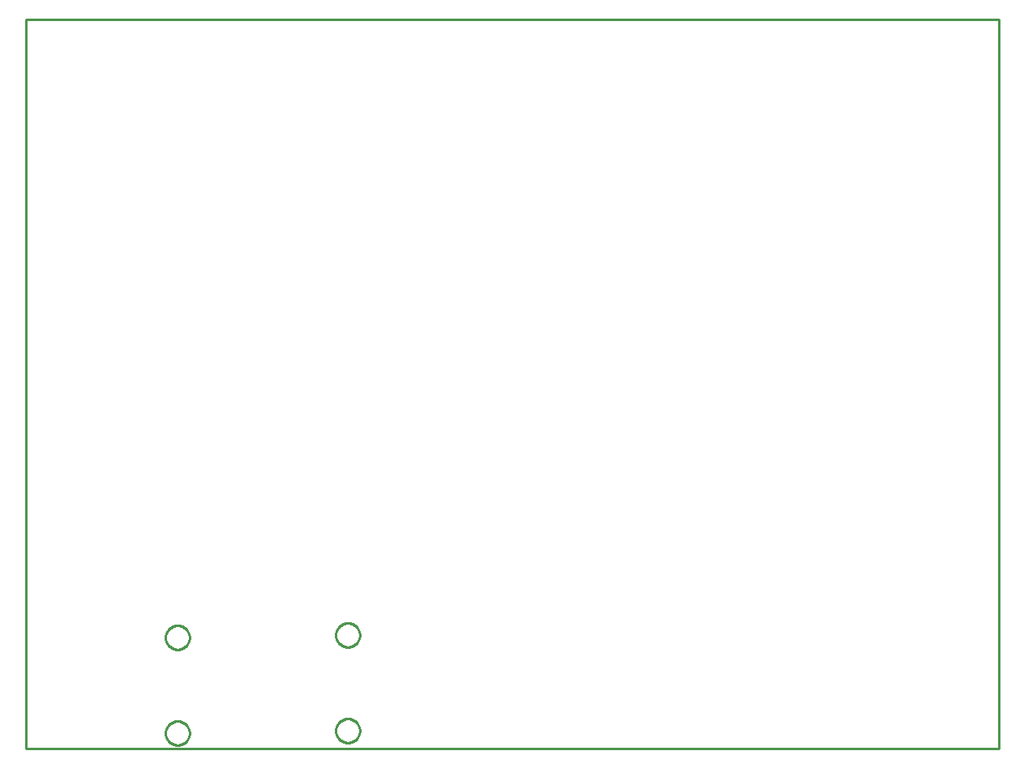
<source format=gbr>
G04 EAGLE Gerber RS-274X export*
G75*
%MOMM*%
%FSLAX34Y34*%
%LPD*%
%IN*%
%IPPOS*%
%AMOC8*
5,1,8,0,0,1.08239X$1,22.5*%
G01*
%ADD10C,0.254000*%


D10*
X0Y0D02*
X1016000Y0D01*
X1016000Y762000D01*
X0Y762000D01*
X0Y0D01*
X336891Y31080D02*
X337870Y31003D01*
X338841Y30849D01*
X339796Y30620D01*
X340730Y30316D01*
X341637Y29941D01*
X342512Y29495D01*
X343350Y28981D01*
X344145Y28404D01*
X344892Y27766D01*
X345586Y27072D01*
X346224Y26325D01*
X346801Y25530D01*
X347315Y24692D01*
X347761Y23817D01*
X348136Y22910D01*
X348440Y21976D01*
X348669Y21021D01*
X348823Y20050D01*
X348900Y19071D01*
X348900Y18089D01*
X348823Y17110D01*
X348669Y16140D01*
X348440Y15184D01*
X348136Y14250D01*
X347761Y13343D01*
X347315Y12468D01*
X346801Y11630D01*
X346224Y10835D01*
X345586Y10088D01*
X344892Y9394D01*
X344145Y8756D01*
X343350Y8179D01*
X342512Y7665D01*
X341637Y7219D01*
X340730Y6844D01*
X339796Y6540D01*
X338841Y6311D01*
X337870Y6157D01*
X336891Y6080D01*
X335909Y6080D01*
X334930Y6157D01*
X333960Y6311D01*
X333004Y6540D01*
X332070Y6844D01*
X331163Y7219D01*
X330288Y7665D01*
X329450Y8179D01*
X328655Y8756D01*
X327908Y9394D01*
X327214Y10088D01*
X326576Y10835D01*
X325999Y11630D01*
X325485Y12468D01*
X325039Y13343D01*
X324664Y14250D01*
X324360Y15184D01*
X324131Y16140D01*
X323977Y17110D01*
X323900Y18089D01*
X323900Y19071D01*
X323977Y20050D01*
X324131Y21021D01*
X324360Y21976D01*
X324664Y22910D01*
X325039Y23817D01*
X325485Y24692D01*
X325999Y25530D01*
X326576Y26325D01*
X327214Y27072D01*
X327908Y27766D01*
X328655Y28404D01*
X329450Y28981D01*
X330288Y29495D01*
X331163Y29941D01*
X332070Y30316D01*
X333004Y30620D01*
X333960Y30849D01*
X334930Y31003D01*
X335909Y31080D01*
X336891Y31080D01*
X336891Y131080D02*
X337870Y131003D01*
X338841Y130849D01*
X339796Y130620D01*
X340730Y130316D01*
X341637Y129941D01*
X342512Y129495D01*
X343350Y128981D01*
X344145Y128404D01*
X344892Y127766D01*
X345586Y127072D01*
X346224Y126325D01*
X346801Y125530D01*
X347315Y124692D01*
X347761Y123817D01*
X348136Y122910D01*
X348440Y121976D01*
X348669Y121021D01*
X348823Y120050D01*
X348900Y119071D01*
X348900Y118089D01*
X348823Y117110D01*
X348669Y116140D01*
X348440Y115184D01*
X348136Y114250D01*
X347761Y113343D01*
X347315Y112468D01*
X346801Y111630D01*
X346224Y110835D01*
X345586Y110088D01*
X344892Y109394D01*
X344145Y108756D01*
X343350Y108179D01*
X342512Y107665D01*
X341637Y107219D01*
X340730Y106844D01*
X339796Y106540D01*
X338841Y106311D01*
X337870Y106157D01*
X336891Y106080D01*
X335909Y106080D01*
X334930Y106157D01*
X333960Y106311D01*
X333004Y106540D01*
X332070Y106844D01*
X331163Y107219D01*
X330288Y107665D01*
X329450Y108179D01*
X328655Y108756D01*
X327908Y109394D01*
X327214Y110088D01*
X326576Y110835D01*
X325999Y111630D01*
X325485Y112468D01*
X325039Y113343D01*
X324664Y114250D01*
X324360Y115184D01*
X324131Y116140D01*
X323977Y117110D01*
X323900Y118089D01*
X323900Y119071D01*
X323977Y120050D01*
X324131Y121021D01*
X324360Y121976D01*
X324664Y122910D01*
X325039Y123817D01*
X325485Y124692D01*
X325999Y125530D01*
X326576Y126325D01*
X327214Y127072D01*
X327908Y127766D01*
X328655Y128404D01*
X329450Y128981D01*
X330288Y129495D01*
X331163Y129941D01*
X332070Y130316D01*
X333004Y130620D01*
X333960Y130849D01*
X334930Y131003D01*
X335909Y131080D01*
X336891Y131080D01*
X159091Y28540D02*
X160070Y28463D01*
X161041Y28309D01*
X161996Y28080D01*
X162930Y27776D01*
X163837Y27401D01*
X164712Y26955D01*
X165550Y26441D01*
X166345Y25864D01*
X167092Y25226D01*
X167786Y24532D01*
X168424Y23785D01*
X169001Y22990D01*
X169515Y22152D01*
X169961Y21277D01*
X170336Y20370D01*
X170640Y19436D01*
X170869Y18481D01*
X171023Y17510D01*
X171100Y16531D01*
X171100Y15549D01*
X171023Y14570D01*
X170869Y13600D01*
X170640Y12644D01*
X170336Y11710D01*
X169961Y10803D01*
X169515Y9928D01*
X169001Y9090D01*
X168424Y8295D01*
X167786Y7548D01*
X167092Y6854D01*
X166345Y6216D01*
X165550Y5639D01*
X164712Y5125D01*
X163837Y4679D01*
X162930Y4304D01*
X161996Y4000D01*
X161041Y3771D01*
X160070Y3617D01*
X159091Y3540D01*
X158109Y3540D01*
X157130Y3617D01*
X156160Y3771D01*
X155204Y4000D01*
X154270Y4304D01*
X153363Y4679D01*
X152488Y5125D01*
X151650Y5639D01*
X150855Y6216D01*
X150108Y6854D01*
X149414Y7548D01*
X148776Y8295D01*
X148199Y9090D01*
X147685Y9928D01*
X147239Y10803D01*
X146864Y11710D01*
X146560Y12644D01*
X146331Y13600D01*
X146177Y14570D01*
X146100Y15549D01*
X146100Y16531D01*
X146177Y17510D01*
X146331Y18481D01*
X146560Y19436D01*
X146864Y20370D01*
X147239Y21277D01*
X147685Y22152D01*
X148199Y22990D01*
X148776Y23785D01*
X149414Y24532D01*
X150108Y25226D01*
X150855Y25864D01*
X151650Y26441D01*
X152488Y26955D01*
X153363Y27401D01*
X154270Y27776D01*
X155204Y28080D01*
X156160Y28309D01*
X157130Y28463D01*
X158109Y28540D01*
X159091Y28540D01*
X159091Y128540D02*
X160070Y128463D01*
X161041Y128309D01*
X161996Y128080D01*
X162930Y127776D01*
X163837Y127401D01*
X164712Y126955D01*
X165550Y126441D01*
X166345Y125864D01*
X167092Y125226D01*
X167786Y124532D01*
X168424Y123785D01*
X169001Y122990D01*
X169515Y122152D01*
X169961Y121277D01*
X170336Y120370D01*
X170640Y119436D01*
X170869Y118481D01*
X171023Y117510D01*
X171100Y116531D01*
X171100Y115549D01*
X171023Y114570D01*
X170869Y113600D01*
X170640Y112644D01*
X170336Y111710D01*
X169961Y110803D01*
X169515Y109928D01*
X169001Y109090D01*
X168424Y108295D01*
X167786Y107548D01*
X167092Y106854D01*
X166345Y106216D01*
X165550Y105639D01*
X164712Y105125D01*
X163837Y104679D01*
X162930Y104304D01*
X161996Y104000D01*
X161041Y103771D01*
X160070Y103617D01*
X159091Y103540D01*
X158109Y103540D01*
X157130Y103617D01*
X156160Y103771D01*
X155204Y104000D01*
X154270Y104304D01*
X153363Y104679D01*
X152488Y105125D01*
X151650Y105639D01*
X150855Y106216D01*
X150108Y106854D01*
X149414Y107548D01*
X148776Y108295D01*
X148199Y109090D01*
X147685Y109928D01*
X147239Y110803D01*
X146864Y111710D01*
X146560Y112644D01*
X146331Y113600D01*
X146177Y114570D01*
X146100Y115549D01*
X146100Y116531D01*
X146177Y117510D01*
X146331Y118481D01*
X146560Y119436D01*
X146864Y120370D01*
X147239Y121277D01*
X147685Y122152D01*
X148199Y122990D01*
X148776Y123785D01*
X149414Y124532D01*
X150108Y125226D01*
X150855Y125864D01*
X151650Y126441D01*
X152488Y126955D01*
X153363Y127401D01*
X154270Y127776D01*
X155204Y128080D01*
X156160Y128309D01*
X157130Y128463D01*
X158109Y128540D01*
X159091Y128540D01*
M02*

</source>
